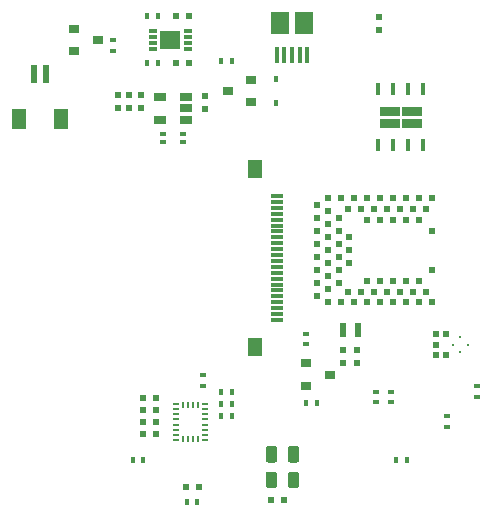
<source format=gbr>
G04 #@! TF.GenerationSoftware,KiCad,Pcbnew,5.1.5-52549c5~84~ubuntu19.04.1*
G04 #@! TF.CreationDate,2020-01-13T11:43:28+01:00*
G04 #@! TF.ProjectId,badge,62616467-652e-46b6-9963-61645f706362,rev?*
G04 #@! TF.SameCoordinates,Original*
G04 #@! TF.FileFunction,Paste,Bot*
G04 #@! TF.FilePolarity,Positive*
%FSLAX46Y46*%
G04 Gerber Fmt 4.6, Leading zero omitted, Abs format (unit mm)*
G04 Created by KiCad (PCBNEW 5.1.5-52549c5~84~ubuntu19.04.1) date 2020-01-13 11:43:28*
%MOMM*%
%LPD*%
G04 APERTURE LIST*
%ADD10C,0.010000*%
%ADD11R,0.520000X0.300000*%
%ADD12R,0.600000X1.200000*%
%ADD13R,0.420000X1.060000*%
%ADD14R,1.200000X1.800000*%
%ADD15R,0.600000X1.550000*%
%ADD16R,1.060000X0.650000*%
%ADD17R,0.522000X0.600000*%
%ADD18C,0.300000*%
%ADD19R,0.900000X0.800000*%
%ADD20R,0.500000X0.600000*%
%ADD21R,0.600000X0.500000*%
%ADD22R,0.600000X0.400000*%
%ADD23R,0.400000X0.600000*%
%ADD24R,0.530000X0.280000*%
%ADD25R,0.280000X0.530000*%
%ADD26R,0.500000X0.500000*%
%ADD27R,0.800000X0.300000*%
%ADD28R,1.750000X1.550000*%
%ADD29C,0.100000*%
%ADD30R,0.450000X0.600000*%
%ADD31R,1.500000X1.900000*%
%ADD32R,0.400000X1.350000*%
%ADD33R,1.000000X0.300000*%
%ADD34R,1.300000X1.650000*%
G04 APERTURE END LIST*
D10*
G36*
X134030400Y-85406800D02*
G01*
X134030400Y-84676800D01*
X132450400Y-84676800D01*
X132450400Y-85406800D01*
X134030400Y-85406800D01*
G37*
X134030400Y-85406800D02*
X134030400Y-84676800D01*
X132450400Y-84676800D01*
X132450400Y-85406800D01*
X134030400Y-85406800D01*
G36*
X135890400Y-86416800D02*
G01*
X135890400Y-85686800D01*
X134310400Y-85686800D01*
X134310400Y-86416800D01*
X135890400Y-86416800D01*
G37*
X135890400Y-86416800D02*
X135890400Y-85686800D01*
X134310400Y-85686800D01*
X134310400Y-86416800D01*
X135890400Y-86416800D01*
G36*
X134030400Y-86416800D02*
G01*
X134030400Y-85686800D01*
X132450400Y-85686800D01*
X132450400Y-86416800D01*
X134030400Y-86416800D01*
G37*
X134030400Y-86416800D02*
X134030400Y-85686800D01*
X132450400Y-85686800D01*
X132450400Y-86416800D01*
X134030400Y-86416800D01*
G36*
X135890400Y-85406800D02*
G01*
X135890400Y-84676800D01*
X134310400Y-84676800D01*
X134310400Y-85406800D01*
X135890400Y-85406800D01*
G37*
X135890400Y-85406800D02*
X135890400Y-84676800D01*
X134310400Y-84676800D01*
X134310400Y-85406800D01*
X135890400Y-85406800D01*
D11*
X114109000Y-87002000D03*
X114109000Y-87652000D03*
X115789000Y-87652000D03*
X115789000Y-87002000D03*
D12*
X130544000Y-103604000D03*
X129344000Y-103604000D03*
D13*
X136075400Y-83211800D03*
X134805400Y-83211800D03*
X133535400Y-83211800D03*
X132265400Y-83211800D03*
X132265400Y-87881800D03*
X133535400Y-87881800D03*
X134805400Y-87881800D03*
X136075400Y-87881800D03*
D14*
X101865000Y-85745000D03*
X105465000Y-85745000D03*
D15*
X103165000Y-81870000D03*
X104165000Y-81870000D03*
D16*
X113859000Y-83877000D03*
X113859000Y-85777000D03*
X116059000Y-85777000D03*
X116059000Y-84827000D03*
X116059000Y-83877000D03*
D17*
X137176400Y-104825400D03*
X137176400Y-105725400D03*
X137998400Y-105725400D03*
X137998400Y-103925400D03*
X137176400Y-103925400D03*
D18*
X139250400Y-105487400D03*
X139250400Y-104163400D03*
X138588400Y-104825400D03*
X139912400Y-104825400D03*
D19*
X119556000Y-83337000D03*
X121556000Y-84287000D03*
X121556000Y-82387000D03*
X128187940Y-107357780D03*
X126187940Y-106407780D03*
X126187940Y-108307780D03*
X108565000Y-79030000D03*
X106565000Y-78080000D03*
X106565000Y-79980000D03*
D20*
X110221000Y-84750000D03*
X110221000Y-83650000D03*
D21*
X112379800Y-111378200D03*
X113479800Y-111378200D03*
X112379800Y-109378200D03*
X113479800Y-109378200D03*
X124281000Y-118008000D03*
X123181000Y-118008000D03*
X115979278Y-116888676D03*
X117079278Y-116888676D03*
X113479800Y-112378200D03*
X112379800Y-112378200D03*
X113479800Y-110378200D03*
X112379800Y-110378200D03*
D20*
X112221000Y-84750000D03*
X112221000Y-83650000D03*
D21*
X115155000Y-81016000D03*
X116255000Y-81016000D03*
D20*
X129344400Y-106391400D03*
X129344400Y-105291400D03*
D21*
X115155000Y-77016000D03*
X116255000Y-77016000D03*
D20*
X132341600Y-78222800D03*
X132341600Y-77122800D03*
X117635000Y-84877000D03*
X117635000Y-83777000D03*
X130538200Y-106391400D03*
X130538200Y-105291400D03*
X111221000Y-84750000D03*
X111221000Y-83650000D03*
D22*
X117429800Y-108328200D03*
X117429800Y-107428200D03*
D23*
X118979800Y-109878200D03*
X119879800Y-109878200D03*
X118979800Y-108878200D03*
X119879800Y-108878200D03*
D22*
X140647400Y-109245000D03*
X140647400Y-108345000D03*
X138082000Y-110885000D03*
X138082000Y-111785000D03*
D23*
X116979278Y-118158676D03*
X116079278Y-118158676D03*
D22*
X132087600Y-109720400D03*
X132087600Y-108820400D03*
X133357600Y-109720400D03*
X133357600Y-108820400D03*
X109865000Y-79040000D03*
X109865000Y-79940000D03*
D23*
X112405000Y-114560000D03*
X111505000Y-114560000D03*
X127095000Y-109750000D03*
X126195000Y-109750000D03*
X134735000Y-114560000D03*
X133835000Y-114560000D03*
X119925000Y-80850000D03*
X119025000Y-80850000D03*
D22*
X126138920Y-104795340D03*
X126138920Y-103895340D03*
D23*
X113655000Y-77016000D03*
X112755000Y-77016000D03*
X112755000Y-81016000D03*
X113655000Y-81016000D03*
X118979800Y-110878200D03*
X119879800Y-110878200D03*
D24*
X115204800Y-112883200D03*
D25*
X115784800Y-112848200D03*
X116214800Y-112848200D03*
X116644800Y-112848200D03*
X117074800Y-112848200D03*
D24*
X117654800Y-112883200D03*
X117654800Y-112453200D03*
X117654800Y-112023200D03*
X117654800Y-111593200D03*
X117654800Y-111163200D03*
X117654800Y-110733200D03*
X117654800Y-110303200D03*
X117654800Y-109873200D03*
D25*
X117074800Y-109908200D03*
X116644800Y-109908200D03*
X116214800Y-109908200D03*
X115784800Y-109908200D03*
D24*
X115204800Y-109873200D03*
X115204800Y-110303200D03*
X115204800Y-110733200D03*
X115204800Y-111163200D03*
X115204800Y-111593200D03*
X115204800Y-112023200D03*
X115204800Y-112453200D03*
D26*
X127150000Y-93000000D03*
X127150000Y-94100000D03*
X127150000Y-95200000D03*
X127150000Y-96300000D03*
X127150000Y-97400000D03*
X127150000Y-98500000D03*
X127150000Y-99600000D03*
X127150000Y-100700000D03*
X135750000Y-94250000D03*
X134650000Y-94250000D03*
X133550000Y-94250000D03*
X132450000Y-94250000D03*
X131350000Y-94250000D03*
X129850000Y-95750000D03*
X129850000Y-96850000D03*
X129850000Y-97950000D03*
X131350000Y-99450000D03*
X132450000Y-99450000D03*
X133550000Y-99450000D03*
X134650000Y-99450000D03*
X135750000Y-99450000D03*
X136850000Y-98500000D03*
X136850000Y-95200000D03*
X136850000Y-92450000D03*
X136300000Y-93350000D03*
X135750000Y-92450000D03*
X135200000Y-93350000D03*
X134650000Y-92450000D03*
X134100000Y-93350000D03*
X133550000Y-92450000D03*
X133000000Y-93350000D03*
X132450000Y-92450000D03*
X131900000Y-93350000D03*
X131350000Y-92450000D03*
X130800000Y-93350000D03*
X130250000Y-92450000D03*
X129700000Y-93350000D03*
X129150000Y-92450000D03*
X128050000Y-92450000D03*
X128050000Y-93550000D03*
X128950000Y-94100000D03*
X128050000Y-94650000D03*
X128950000Y-95200000D03*
X128050000Y-95750000D03*
X128950000Y-96300000D03*
X128050000Y-96850000D03*
X128950000Y-97400000D03*
X128050000Y-97950000D03*
X128950000Y-98500000D03*
X128050000Y-99050000D03*
X128950000Y-99600000D03*
X128050000Y-100150000D03*
X128050000Y-101250000D03*
X129150000Y-101250000D03*
X129700000Y-100350000D03*
X130250000Y-101250000D03*
X130800000Y-100350000D03*
X131350000Y-101250000D03*
X131900000Y-100350000D03*
X132450000Y-101250000D03*
X133000000Y-100350000D03*
X133550000Y-101250000D03*
X134100000Y-100350000D03*
X134650000Y-101250000D03*
X135200000Y-100350000D03*
X135750000Y-101250000D03*
X136300000Y-100350000D03*
X136850000Y-101250000D03*
D27*
X116205000Y-78266000D03*
X116205000Y-78766000D03*
X116205000Y-79266000D03*
X116205000Y-79766000D03*
X113205000Y-79766000D03*
X113205000Y-79266000D03*
X113205000Y-78766000D03*
X113205000Y-78266000D03*
D28*
X114705000Y-79016000D03*
D29*
G36*
X125384676Y-113412993D02*
G01*
X125408337Y-113416503D01*
X125431541Y-113422315D01*
X125454063Y-113430373D01*
X125475687Y-113440601D01*
X125496204Y-113452898D01*
X125515417Y-113467148D01*
X125533141Y-113483212D01*
X125549205Y-113500936D01*
X125563455Y-113520149D01*
X125575752Y-113540666D01*
X125585980Y-113562290D01*
X125594038Y-113584812D01*
X125599850Y-113608016D01*
X125603360Y-113631677D01*
X125604534Y-113655569D01*
X125604534Y-114568069D01*
X125603360Y-114591961D01*
X125599850Y-114615622D01*
X125594038Y-114638826D01*
X125585980Y-114661348D01*
X125575752Y-114682972D01*
X125563455Y-114703489D01*
X125549205Y-114722702D01*
X125533141Y-114740426D01*
X125515417Y-114756490D01*
X125496204Y-114770740D01*
X125475687Y-114783037D01*
X125454063Y-114793265D01*
X125431541Y-114801323D01*
X125408337Y-114807135D01*
X125384676Y-114810645D01*
X125360784Y-114811819D01*
X124873284Y-114811819D01*
X124849392Y-114810645D01*
X124825731Y-114807135D01*
X124802527Y-114801323D01*
X124780005Y-114793265D01*
X124758381Y-114783037D01*
X124737864Y-114770740D01*
X124718651Y-114756490D01*
X124700927Y-114740426D01*
X124684863Y-114722702D01*
X124670613Y-114703489D01*
X124658316Y-114682972D01*
X124648088Y-114661348D01*
X124640030Y-114638826D01*
X124634218Y-114615622D01*
X124630708Y-114591961D01*
X124629534Y-114568069D01*
X124629534Y-113655569D01*
X124630708Y-113631677D01*
X124634218Y-113608016D01*
X124640030Y-113584812D01*
X124648088Y-113562290D01*
X124658316Y-113540666D01*
X124670613Y-113520149D01*
X124684863Y-113500936D01*
X124700927Y-113483212D01*
X124718651Y-113467148D01*
X124737864Y-113452898D01*
X124758381Y-113440601D01*
X124780005Y-113430373D01*
X124802527Y-113422315D01*
X124825731Y-113416503D01*
X124849392Y-113412993D01*
X124873284Y-113411819D01*
X125360784Y-113411819D01*
X125384676Y-113412993D01*
G37*
G36*
X123509676Y-113412993D02*
G01*
X123533337Y-113416503D01*
X123556541Y-113422315D01*
X123579063Y-113430373D01*
X123600687Y-113440601D01*
X123621204Y-113452898D01*
X123640417Y-113467148D01*
X123658141Y-113483212D01*
X123674205Y-113500936D01*
X123688455Y-113520149D01*
X123700752Y-113540666D01*
X123710980Y-113562290D01*
X123719038Y-113584812D01*
X123724850Y-113608016D01*
X123728360Y-113631677D01*
X123729534Y-113655569D01*
X123729534Y-114568069D01*
X123728360Y-114591961D01*
X123724850Y-114615622D01*
X123719038Y-114638826D01*
X123710980Y-114661348D01*
X123700752Y-114682972D01*
X123688455Y-114703489D01*
X123674205Y-114722702D01*
X123658141Y-114740426D01*
X123640417Y-114756490D01*
X123621204Y-114770740D01*
X123600687Y-114783037D01*
X123579063Y-114793265D01*
X123556541Y-114801323D01*
X123533337Y-114807135D01*
X123509676Y-114810645D01*
X123485784Y-114811819D01*
X122998284Y-114811819D01*
X122974392Y-114810645D01*
X122950731Y-114807135D01*
X122927527Y-114801323D01*
X122905005Y-114793265D01*
X122883381Y-114783037D01*
X122862864Y-114770740D01*
X122843651Y-114756490D01*
X122825927Y-114740426D01*
X122809863Y-114722702D01*
X122795613Y-114703489D01*
X122783316Y-114682972D01*
X122773088Y-114661348D01*
X122765030Y-114638826D01*
X122759218Y-114615622D01*
X122755708Y-114591961D01*
X122754534Y-114568069D01*
X122754534Y-113655569D01*
X122755708Y-113631677D01*
X122759218Y-113608016D01*
X122765030Y-113584812D01*
X122773088Y-113562290D01*
X122783316Y-113540666D01*
X122795613Y-113520149D01*
X122809863Y-113500936D01*
X122825927Y-113483212D01*
X122843651Y-113467148D01*
X122862864Y-113452898D01*
X122883381Y-113440601D01*
X122905005Y-113430373D01*
X122927527Y-113422315D01*
X122950731Y-113416503D01*
X122974392Y-113412993D01*
X122998284Y-113411819D01*
X123485784Y-113411819D01*
X123509676Y-113412993D01*
G37*
G36*
X125384676Y-115571993D02*
G01*
X125408337Y-115575503D01*
X125431541Y-115581315D01*
X125454063Y-115589373D01*
X125475687Y-115599601D01*
X125496204Y-115611898D01*
X125515417Y-115626148D01*
X125533141Y-115642212D01*
X125549205Y-115659936D01*
X125563455Y-115679149D01*
X125575752Y-115699666D01*
X125585980Y-115721290D01*
X125594038Y-115743812D01*
X125599850Y-115767016D01*
X125603360Y-115790677D01*
X125604534Y-115814569D01*
X125604534Y-116727069D01*
X125603360Y-116750961D01*
X125599850Y-116774622D01*
X125594038Y-116797826D01*
X125585980Y-116820348D01*
X125575752Y-116841972D01*
X125563455Y-116862489D01*
X125549205Y-116881702D01*
X125533141Y-116899426D01*
X125515417Y-116915490D01*
X125496204Y-116929740D01*
X125475687Y-116942037D01*
X125454063Y-116952265D01*
X125431541Y-116960323D01*
X125408337Y-116966135D01*
X125384676Y-116969645D01*
X125360784Y-116970819D01*
X124873284Y-116970819D01*
X124849392Y-116969645D01*
X124825731Y-116966135D01*
X124802527Y-116960323D01*
X124780005Y-116952265D01*
X124758381Y-116942037D01*
X124737864Y-116929740D01*
X124718651Y-116915490D01*
X124700927Y-116899426D01*
X124684863Y-116881702D01*
X124670613Y-116862489D01*
X124658316Y-116841972D01*
X124648088Y-116820348D01*
X124640030Y-116797826D01*
X124634218Y-116774622D01*
X124630708Y-116750961D01*
X124629534Y-116727069D01*
X124629534Y-115814569D01*
X124630708Y-115790677D01*
X124634218Y-115767016D01*
X124640030Y-115743812D01*
X124648088Y-115721290D01*
X124658316Y-115699666D01*
X124670613Y-115679149D01*
X124684863Y-115659936D01*
X124700927Y-115642212D01*
X124718651Y-115626148D01*
X124737864Y-115611898D01*
X124758381Y-115599601D01*
X124780005Y-115589373D01*
X124802527Y-115581315D01*
X124825731Y-115575503D01*
X124849392Y-115571993D01*
X124873284Y-115570819D01*
X125360784Y-115570819D01*
X125384676Y-115571993D01*
G37*
G36*
X123509676Y-115571993D02*
G01*
X123533337Y-115575503D01*
X123556541Y-115581315D01*
X123579063Y-115589373D01*
X123600687Y-115599601D01*
X123621204Y-115611898D01*
X123640417Y-115626148D01*
X123658141Y-115642212D01*
X123674205Y-115659936D01*
X123688455Y-115679149D01*
X123700752Y-115699666D01*
X123710980Y-115721290D01*
X123719038Y-115743812D01*
X123724850Y-115767016D01*
X123728360Y-115790677D01*
X123729534Y-115814569D01*
X123729534Y-116727069D01*
X123728360Y-116750961D01*
X123724850Y-116774622D01*
X123719038Y-116797826D01*
X123710980Y-116820348D01*
X123700752Y-116841972D01*
X123688455Y-116862489D01*
X123674205Y-116881702D01*
X123658141Y-116899426D01*
X123640417Y-116915490D01*
X123621204Y-116929740D01*
X123600687Y-116942037D01*
X123579063Y-116952265D01*
X123556541Y-116960323D01*
X123533337Y-116966135D01*
X123509676Y-116969645D01*
X123485784Y-116970819D01*
X122998284Y-116970819D01*
X122974392Y-116969645D01*
X122950731Y-116966135D01*
X122927527Y-116960323D01*
X122905005Y-116952265D01*
X122883381Y-116942037D01*
X122862864Y-116929740D01*
X122843651Y-116915490D01*
X122825927Y-116899426D01*
X122809863Y-116881702D01*
X122795613Y-116862489D01*
X122783316Y-116841972D01*
X122773088Y-116820348D01*
X122765030Y-116797826D01*
X122759218Y-116774622D01*
X122755708Y-116750961D01*
X122754534Y-116727069D01*
X122754534Y-115814569D01*
X122755708Y-115790677D01*
X122759218Y-115767016D01*
X122765030Y-115743812D01*
X122773088Y-115721290D01*
X122783316Y-115699666D01*
X122795613Y-115679149D01*
X122809863Y-115659936D01*
X122825927Y-115642212D01*
X122843651Y-115626148D01*
X122862864Y-115611898D01*
X122883381Y-115599601D01*
X122905005Y-115589373D01*
X122927527Y-115581315D01*
X122950731Y-115575503D01*
X122974392Y-115571993D01*
X122998284Y-115570819D01*
X123485784Y-115570819D01*
X123509676Y-115571993D01*
G37*
D30*
X123604000Y-84400000D03*
X123604000Y-82300000D03*
D31*
X126000000Y-77612500D03*
D32*
X124350000Y-80312500D03*
X123700000Y-80312500D03*
X126300000Y-80312500D03*
X125650000Y-80312500D03*
X125000000Y-80312500D03*
D31*
X124000000Y-77612500D03*
D33*
X123743700Y-102739440D03*
X123743700Y-102239440D03*
X123743700Y-101739440D03*
X123743700Y-101239440D03*
X123743700Y-100739440D03*
X123743700Y-100239440D03*
X123743700Y-99739440D03*
X123743700Y-99239440D03*
X123743700Y-98739440D03*
X123743700Y-98239440D03*
X123743700Y-97739440D03*
X123743700Y-97239440D03*
X123743700Y-96739440D03*
X123743700Y-96239440D03*
X123743700Y-95739440D03*
X123743700Y-95239440D03*
X123743700Y-94739440D03*
X123743700Y-94239440D03*
X123743700Y-93739440D03*
X123743700Y-93239440D03*
X123743700Y-92739440D03*
X123743700Y-92239440D03*
D34*
X121843700Y-105014440D03*
X121843700Y-89964440D03*
M02*

</source>
